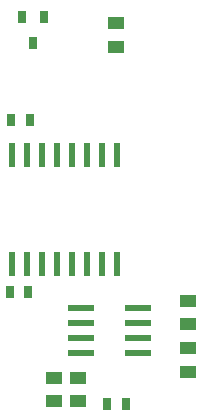
<source format=gbp>
G04*
G04 #@! TF.GenerationSoftware,Altium Limited,Altium Designer,20.0.13 (296)*
G04*
G04 Layer_Color=128*
%FSLAX44Y44*%
%MOMM*%
G71*
G01*
G75*
%ADD19R,1.4000X1.0000*%
%ADD24R,2.2000X0.6000*%
%ADD25R,0.8000X1.0000*%
%ADD75R,0.8000X1.1000*%
%ADD76R,0.6000X2.0600*%
D19*
X203500Y88750D02*
D03*
Y108750D02*
D03*
X223250D02*
D03*
Y88750D02*
D03*
X316750Y153750D02*
D03*
Y173750D02*
D03*
X317000Y113750D02*
D03*
Y133750D02*
D03*
X255750Y408500D02*
D03*
Y388500D02*
D03*
D24*
X226000Y129450D02*
D03*
Y142150D02*
D03*
Y154850D02*
D03*
Y167550D02*
D03*
X274000Y129450D02*
D03*
Y142150D02*
D03*
Y154850D02*
D03*
Y167550D02*
D03*
D25*
X247750Y86250D02*
D03*
X263750D02*
D03*
X182500Y326750D02*
D03*
X166500D02*
D03*
X165500Y181000D02*
D03*
X181500D02*
D03*
D75*
X176000Y414250D02*
D03*
X195000D02*
D03*
X185500Y391750D02*
D03*
D76*
X167750Y297250D02*
D03*
X180450D02*
D03*
X193150D02*
D03*
X205850D02*
D03*
X218550D02*
D03*
X231250D02*
D03*
X243950D02*
D03*
X256650D02*
D03*
Y204450D02*
D03*
X243950D02*
D03*
X231250D02*
D03*
X218550D02*
D03*
X205850D02*
D03*
X193150D02*
D03*
X180450D02*
D03*
X167750D02*
D03*
M02*

</source>
